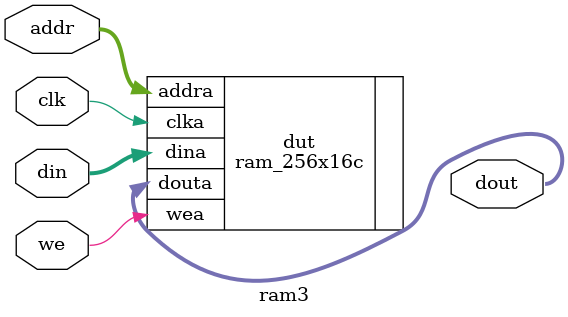
<source format=v>
`timescale 1ns / 1ps
module ram3(    
	 input clk,
    input we,
    input [7:0] addr,
    input [15:0] din,
    output [15:0] dout
    );
	 
	ram_256x16c dut (
  .clka(clk), // input clka
  .wea(we), // input [0 : 0] wea
  .addra(addr), // input [7 : 0] addra
  .dina(din), // input [15 : 0] dina
  .douta(dout) // output [15 : 0] douta
);


endmodule

</source>
